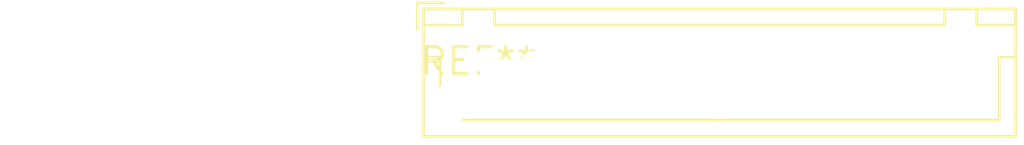
<source format=kicad_pcb>
(kicad_pcb (version 20240108) (generator pcbnew)
  (layers (0 "F.Cu" signal) (31 "B.Cu" signal) (34 "B.Paste" user) (35 "F.Paste" user) (36 "B.SilkS" user "B.Silkscreen") (37 "F.SilkS" user "F.Silkscreen") (38 "B.Mask" user) (39 "F.Mask" user) (44 "Edge.Cuts" user))
  (net 0 "")
  (footprint "JST_XH_B10B-XH-AM_1x10_P2.50mm_Vertical" (layer "F.Cu") (at 0 0)
    (property "Reference" "REF**")
    (property "Value" "JST_XH_B10B-XH-AM_1x10_P2.50mm_Vertical")
    (fp_line (start -2.85 -2.75) (end -2.85 -1.5) (layer "F.SilkS") (stroke (width 0.12)))
    (fp_line (start -2.56 -2.46) (end -2.56 3.51) (layer "F.SilkS") (stroke (width 0.12)))
    (fp_line (start -2.56 3.51) (end 25.06 3.51) (layer "F.SilkS") (stroke (width 0.12)))
    (fp_line (start -2.55 -2.45) (end -2.55 -1.7) (layer "F.SilkS") (stroke (width 0.12)))
    (fp_line (start -2.55 -1.7) (end -0.75 -1.7) (layer "F.SilkS") (stroke (width 0.12)))
    (fp_line (start -2.55 -0.2) (end -1.8 -0.2) (layer "F.SilkS") (stroke (width 0.12)))
    (fp_line (start -1.8 -0.2) (end -1.8 1.14) (layer "F.SilkS") (stroke (width 0.12)))
    (fp_line (start -1.6 -2.75) (end -2.85 -2.75) (layer "F.SilkS") (stroke (width 0.12)))
    (fp_line (start -0.75 -2.45) (end -2.55 -2.45) (layer "F.SilkS") (stroke (width 0.12)))
    (fp_line (start -0.75 -1.7) (end -0.75 -2.45) (layer "F.SilkS") (stroke (width 0.12)))
    (fp_line (start 0.75 -2.45) (end 0.75 -1.7) (layer "F.SilkS") (stroke (width 0.12)))
    (fp_line (start 0.75 -1.7) (end 21.75 -1.7) (layer "F.SilkS") (stroke (width 0.12)))
    (fp_line (start 11.25 2.75) (end -0.74 2.75) (layer "F.SilkS") (stroke (width 0.12)))
    (fp_line (start 21.75 -2.45) (end 0.75 -2.45) (layer "F.SilkS") (stroke (width 0.12)))
    (fp_line (start 21.75 -1.7) (end 21.75 -2.45) (layer "F.SilkS") (stroke (width 0.12)))
    (fp_line (start 23.25 -2.45) (end 23.25 -1.7) (layer "F.SilkS") (stroke (width 0.12)))
    (fp_line (start 23.25 -1.7) (end 25.05 -1.7) (layer "F.SilkS") (stroke (width 0.12)))
    (fp_line (start 24.3 -0.2) (end 24.3 2.75) (layer "F.SilkS") (stroke (width 0.12)))
    (fp_line (start 24.3 2.75) (end 11.25 2.75) (layer "F.SilkS") (stroke (width 0.12)))
    (fp_line (start 25.05 -2.45) (end 23.25 -2.45) (layer "F.SilkS") (stroke (width 0.12)))
    (fp_line (start 25.05 -1.7) (end 25.05 -2.45) (layer "F.SilkS") (stroke (width 0.12)))
    (fp_line (start 25.05 -0.2) (end 24.3 -0.2) (layer "F.SilkS") (stroke (width 0.12)))
    (fp_line (start 25.06 -2.46) (end -2.56 -2.46) (layer "F.SilkS") (stroke (width 0.12)))
    (fp_line (start 25.06 3.51) (end 25.06 -2.46) (layer "F.SilkS") (stroke (width 0.12)))
    (pad "" np_thru_hole circle (at -1.6 2) (size 1.2 1.2) (drill 1.2) (layers *.Cu *.Mask))
    (pad "1" thru_hole roundrect (at 0 0) (size 1.7 1.95) (drill 0.95) (layers *.Cu *.Mask) (remove_unused_layers) (roundrect_rratio 0.147059))
    (pad "2" thru_hole oval (at 2.5 0) (size 1.7 1.95) (drill 0.95) (layers *.Cu *.Mask) (remove_unused_layers))
    (pad "3" thru_hole oval (at 5 0) (size 1.7 1.95) (drill 0.95) (layers *.Cu *.Mask) (remove_unused_layers))
    (pad "4" thru_hole oval (at 7.5 0) (size 1.7 1.95) (drill 0.95) (layers *.Cu *.Mask) (remove_unused_layers))
    (pad "5" thru_hole oval (at 10 0) (size 1.7 1.95) (drill 0.95) (layers *.Cu *.Mask) (remove_unused_layers))
    (pad "6" thru_hole oval (at 12.5 0) (size 1.7 1.95) (drill 0.95) (layers *.Cu *.Mask) (remove_unused_layers))
    (pad "7" thru_hole oval (at 15 0) (size 1.7 1.95) (drill 0.95) (layers *.Cu *.Mask) (remove_unused_layers))
    (pad "8" thru_hole oval (at 17.5 0) (size 1.7 1.95) (drill 0.95) (layers *.Cu *.Mask) (remove_unused_layers))
    (pad "9" thru_hole oval (at 20 0) (size 1.7 1.95) (drill 0.95) (layers *.Cu *.Mask) (remove_unused_layers))
    (pad "10" thru_hole oval (at 22.5 0) (size 1.7 1.95) (drill 0.95) (layers *.Cu *.Mask) (remove_unused_layers))
  )
)
</source>
